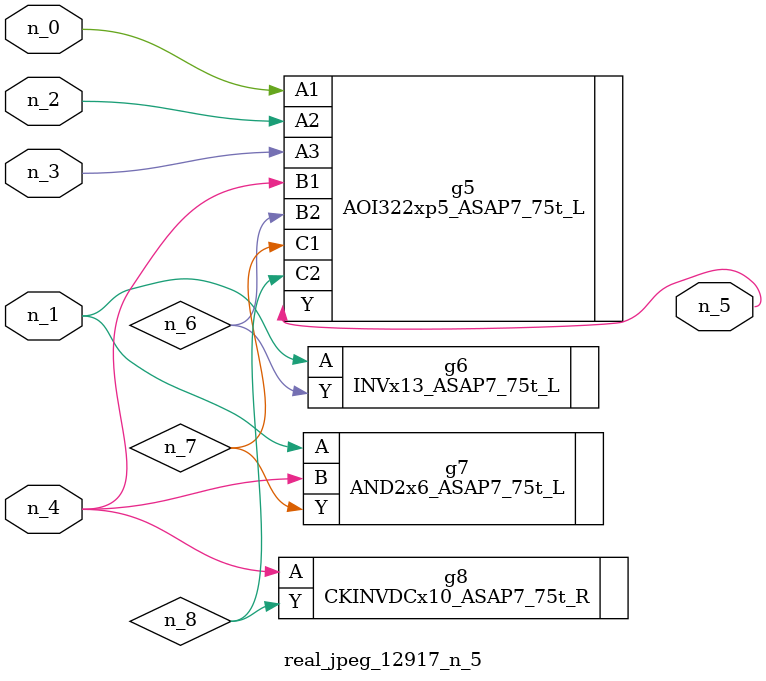
<source format=v>
module real_jpeg_12917_n_5 (n_4, n_0, n_1, n_2, n_3, n_5);

input n_4;
input n_0;
input n_1;
input n_2;
input n_3;

output n_5;

wire n_8;
wire n_6;
wire n_7;

AOI322xp5_ASAP7_75t_L g5 ( 
.A1(n_0),
.A2(n_2),
.A3(n_3),
.B1(n_4),
.B2(n_6),
.C1(n_7),
.C2(n_8),
.Y(n_5)
);

INVx13_ASAP7_75t_L g6 ( 
.A(n_1),
.Y(n_6)
);

AND2x6_ASAP7_75t_L g7 ( 
.A(n_1),
.B(n_4),
.Y(n_7)
);

CKINVDCx10_ASAP7_75t_R g8 ( 
.A(n_4),
.Y(n_8)
);


endmodule
</source>
